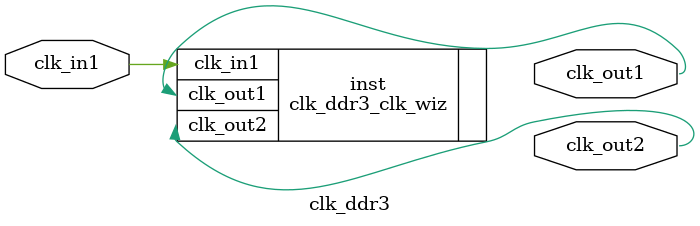
<source format=v>


`timescale 1ps/1ps

(* CORE_GENERATION_INFO = "clk_ddr3,clk_wiz_v5_4_3_0,{component_name=clk_ddr3,use_phase_alignment=true,use_min_o_jitter=false,use_max_i_jitter=false,use_dyn_phase_shift=false,use_inclk_switchover=false,use_dyn_reconfig=false,enable_axi=0,feedback_source=FDBK_AUTO,PRIMITIVE=MMCM,num_out_clk=2,clkin1_period=8.000,clkin2_period=10.000,use_power_down=false,use_reset=false,use_locked=false,use_inclk_stopped=false,feedback_type=SINGLE,CLOCK_MGR_TYPE=NA,manual_override=false}" *)

module clk_ddr3 
 (
  // Clock out ports
  output        clk_out1,
  output        clk_out2,
 // Clock in ports
  input         clk_in1
 );

  clk_ddr3_clk_wiz inst
  (
  // Clock out ports  
  .clk_out1(clk_out1),
  .clk_out2(clk_out2),
 // Clock in ports
  .clk_in1(clk_in1)
  );

endmodule

</source>
